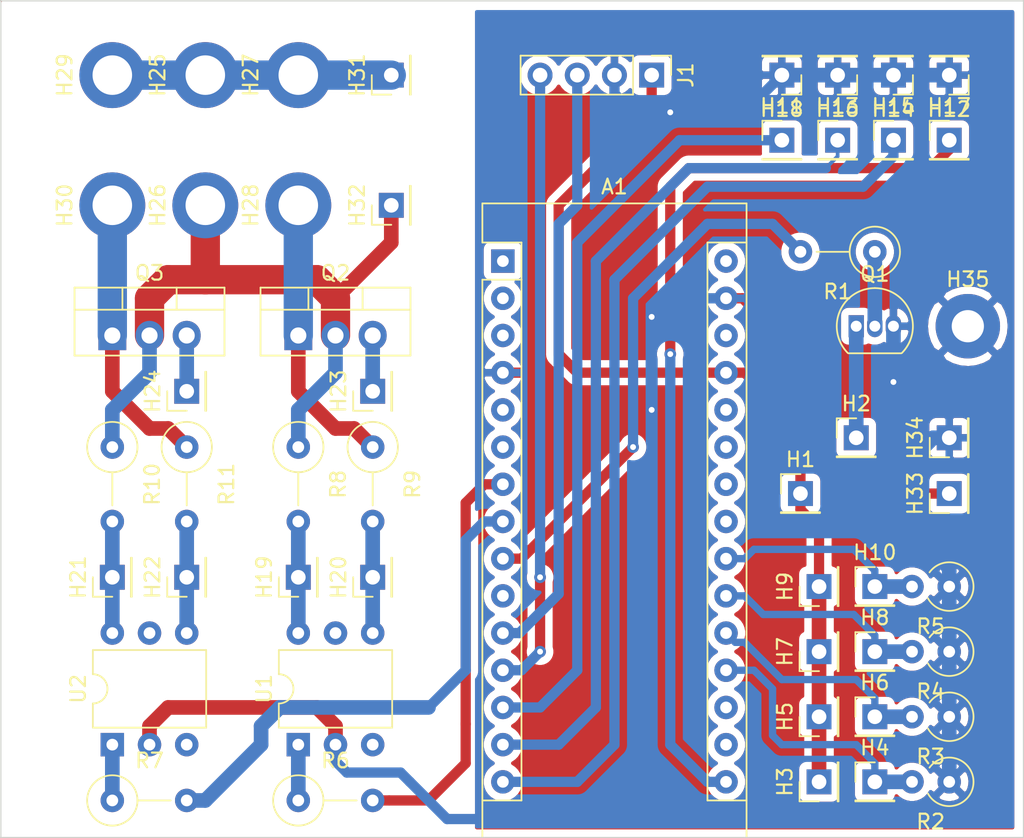
<source format=kicad_pcb>
(kicad_pcb (version 20171130) (host pcbnew "(5.1.5)-3")
  (layers (0 F.Cu signal hide) (31 B.Cu signal) (34 B.Paste user) (35 F.Paste user) (36 B.SilkS user) (37 F.SilkS user) (38 B.Mask user) (39 F.Mask user) (44 Edge.Cuts user))
  (net 0 "")
  (net 1 "Net-(A1-Pad19)")
  (net 2 "Net-(A1-Pad20)")
  (net 3 "Net-(A1-Pad21)")
  (net 4 "Net-(A1-Pad22)")
  (net 5 "Net-(A1-Pad7)")
  (net 6 "Net-(A1-Pad8)")
  (net 7 +5VA)
  (net 8 "Net-(A1-Pad13)")
  (net 9 "Net-(A1-Pad14)")
  (net 10 "Net-(A1-Pad15)")
  (net 11 "Net-(A1-Pad16)")
  (net 12 GND)
  (net 13 "Net-(H19-Pad1)")
  (net 14 "Net-(H20-Pad1)")
  (net 15 "Net-(H21-Pad1)")
  (net 16 "Net-(H22-Pad1)")
  (net 17 +48V)
  (net 18 -48V)
  (net 19 "Net-(H28-Pad1)")
  (net 20 "Net-(R6-Pad1)")
  (net 21 "Net-(A1-Pad9)")
  (net 22 "Net-(Q1-Pad2)")
  (net 23 "Net-(R7-Pad1)")
  (net 24 "Net-(H2-Pad1)")
  (net 25 "Net-(H23-Pad1)")
  (net 26 "Net-(H24-Pad1)")
  (net 27 "Net-(H30-Pad1)")
  (net 28 "Net-(A1-Pad12)")
  (net 29 "Net-(A1-Pad11)")
  (module Connector_PinHeader_2.54mm:PinHeader_1x01_P2.54mm_Vertical (layer F.Cu) (at 60.96 5.08 180)
    (fp_text reference H14 (at 0 -2.33) (layer F.SilkS))
    (fp_text value b_gnd)
    (pad 1 thru_hole rect (at 0 0 180) (size 1.7 1.7) (drill 1) (layers *.Cu *.Mask) (net 12 GND))
  )
  (module Connector_PinHeader_2.54mm:PinHeader_1x01_P2.54mm_Vertical (layer F.Cu) (at 64.77 9.525)
    (fp_text reference H17 (at 0 -2.33) (layer F.SilkS))
    (fp_text value button4)
    (pad 1 thru_hole rect (at 0 0) (size 1.7 1.7) (drill 1) (layers *.Cu *.Mask) (net 11 "Net-(A1-Pad16)"))
  )
  (module Connector_PinHeader_2.54mm:PinHeader_1x01_P2.54mm_Vertical (layer F.Cu) (at 53.34 9.525)
    (fp_text reference H11 (at 0 -2.33) (layer F.SilkS))
    (fp_text value button1)
    (pad 1 thru_hole rect (at 0 0) (size 1.7 1.7) (drill 1) (layers *.Cu *.Mask) (net 8 "Net-(A1-Pad13)"))
  )
  (module Connector_PinHeader_2.54mm:PinHeader_1x01_P2.54mm_Vertical (layer F.Cu) (at 57.15 9.525)
    (fp_text reference H13 (at 0 -2.33) (layer F.SilkS))
    (fp_text value button2)
    (pad 1 thru_hole rect (at 0 0) (size 1.7 1.7) (drill 1) (layers *.Cu *.Mask) (net 9 "Net-(A1-Pad14)"))
  )
  (module Connector_PinHeader_2.54mm:PinHeader_1x01_P2.54mm_Vertical (layer F.Cu) (at 64.77 5.08 180)
    (fp_text reference H12 (at 0 -2.33) (layer F.SilkS))
    (fp_text value b_gnd)
    (pad 1 thru_hole rect (at 0 0 180) (size 1.7 1.7) (drill 1) (layers *.Cu *.Mask) (net 12 GND))
  )
  (module Connector_PinHeader_2.54mm:PinHeader_1x01_P2.54mm_Vertical (layer F.Cu) (at 53.34 5.08 180)
    (fp_text reference H18 (at 0 -2.33) (layer F.SilkS))
    (fp_text value b_gnd)
    (pad 1 thru_hole rect (at 0 0 180) (size 1.7 1.7) (drill 1) (layers *.Cu *.Mask) (net 12 GND))
  )
  (module Connector_PinHeader_2.54mm:PinHeader_1x01_P2.54mm_Vertical (layer F.Cu) (at 57.15 5.08 180)
    (fp_text reference H16 (at 0 -2.33) (layer F.SilkS))
    (fp_text value b_gnd)
    (pad 1 thru_hole rect (at 0 0 180) (size 1.7 1.7) (drill 1) (layers *.Cu *.Mask) (net 12 GND))
  )
  (module Connector_PinHeader_2.54mm:PinHeader_1x01_P2.54mm_Vertical (layer F.Cu) (at 60.96 9.525)
    (fp_text reference H15 (at 0 -2.33) (layer F.SilkS))
    (fp_text value button3)
    (pad 1 thru_hole rect (at 0 0) (size 1.7 1.7) (drill 1) (layers *.Cu *.Mask) (net 10 "Net-(A1-Pad15)"))
  )
  (module Module:Arduino_Nano (layer F.Cu) (at 34.29 17.78)
    (fp_text reference A1 (at 7.62 -5.08) (layer F.SilkS))
    (fp_text value Arduino_Nano_v3.x)
    (pad 16 thru_hole oval (at 15.24 35.56) (size 1.6 1.6) (drill 0.8) (layers *.Cu *.Mask) (net 11 "Net-(A1-Pad16)"))
    (pad 15 thru_hole oval (at 0 35.56) (size 1.6 1.6) (drill 0.8) (layers *.Cu *.Mask) (net 10 "Net-(A1-Pad15)"))
    (pad 30 thru_hole oval (at 15.24 0) (size 1.6 1.6) (drill 0.8) (layers *.Cu *.Mask))
    (pad 14 thru_hole oval (at 0 33.02) (size 1.6 1.6) (drill 0.8) (layers *.Cu *.Mask) (net 9 "Net-(A1-Pad14)"))
    (pad 29 thru_hole oval (at 15.24 2.54) (size 1.6 1.6) (drill 0.8) (layers *.Cu *.Mask) (net 12 GND))
    (pad 13 thru_hole oval (at 0 30.48) (size 1.6 1.6) (drill 0.8) (layers *.Cu *.Mask) (net 8 "Net-(A1-Pad13)"))
    (pad 28 thru_hole oval (at 15.24 5.08) (size 1.6 1.6) (drill 0.8) (layers *.Cu *.Mask))
    (pad 12 thru_hole oval (at 0 27.94) (size 1.6 1.6) (drill 0.8) (layers *.Cu *.Mask) (net 28 "Net-(A1-Pad12)"))
    (pad 27 thru_hole oval (at 15.24 7.62) (size 1.6 1.6) (drill 0.8) (layers *.Cu *.Mask) (net 7 +5VA))
    (pad 11 thru_hole oval (at 0 25.4) (size 1.6 1.6) (drill 0.8) (layers *.Cu *.Mask) (net 29 "Net-(A1-Pad11)"))
    (pad 26 thru_hole oval (at 15.24 10.16) (size 1.6 1.6) (drill 0.8) (layers *.Cu *.Mask))
    (pad 10 thru_hole oval (at 0 22.86) (size 1.6 1.6) (drill 0.8) (layers *.Cu *.Mask))
    (pad 25 thru_hole oval (at 15.24 12.7) (size 1.6 1.6) (drill 0.8) (layers *.Cu *.Mask))
    (pad 9 thru_hole oval (at 0 20.32) (size 1.6 1.6) (drill 0.8) (layers *.Cu *.Mask) (net 21 "Net-(A1-Pad9)"))
    (pad 24 thru_hole oval (at 15.24 15.24) (size 1.6 1.6) (drill 0.8) (layers *.Cu *.Mask))
    (pad 8 thru_hole oval (at 0 17.78) (size 1.6 1.6) (drill 0.8) (layers *.Cu *.Mask) (net 6 "Net-(A1-Pad8)"))
    (pad 23 thru_hole oval (at 15.24 17.78) (size 1.6 1.6) (drill 0.8) (layers *.Cu *.Mask))
    (pad 7 thru_hole oval (at 0 15.24) (size 1.6 1.6) (drill 0.8) (layers *.Cu *.Mask) (net 5 "Net-(A1-Pad7)"))
    (pad 22 thru_hole oval (at 15.24 20.32) (size 1.6 1.6) (drill 0.8) (layers *.Cu *.Mask) (net 4 "Net-(A1-Pad22)"))
    (pad 6 thru_hole oval (at 0 12.7) (size 1.6 1.6) (drill 0.8) (layers *.Cu *.Mask))
    (pad 21 thru_hole oval (at 15.24 22.86) (size 1.6 1.6) (drill 0.8) (layers *.Cu *.Mask) (net 3 "Net-(A1-Pad21)"))
    (pad 5 thru_hole oval (at 0 10.16) (size 1.6 1.6) (drill 0.8) (layers *.Cu *.Mask))
    (pad 20 thru_hole oval (at 15.24 25.4) (size 1.6 1.6) (drill 0.8) (layers *.Cu *.Mask) (net 2 "Net-(A1-Pad20)"))
    (pad 4 thru_hole oval (at 0 7.62) (size 1.6 1.6) (drill 0.8) (layers *.Cu *.Mask) (net 12 GND))
    (pad 19 thru_hole oval (at 15.24 27.94) (size 1.6 1.6) (drill 0.8) (layers *.Cu *.Mask) (net 1 "Net-(A1-Pad19)"))
    (pad 3 thru_hole oval (at 0 5.08) (size 1.6 1.6) (drill 0.8) (layers *.Cu *.Mask))
    (pad 18 thru_hole oval (at 15.24 30.48) (size 1.6 1.6) (drill 0.8) (layers *.Cu *.Mask))
    (pad 2 thru_hole oval (at 0 2.54) (size 1.6 1.6) (drill 0.8) (layers *.Cu *.Mask))
    (pad 17 thru_hole oval (at 15.24 33.02) (size 1.6 1.6) (drill 0.8) (layers *.Cu *.Mask))
    (pad 1 thru_hole rect (at 0 0) (size 1.6 1.6) (drill 0.8) (layers *.Cu *.Mask))
  )
  (module Connector_PinHeader_2.54mm:PinHeader_1x01_P2.54mm_Vertical (layer F.Cu) (at 59.69 44.45)
    (fp_text reference H8 (at 0 -2.33) (layer F.SilkS))
    (fp_text value AnalogOUT3)
    (pad 1 thru_hole rect (at 0 0) (size 1.7 1.7) (drill 1) (layers *.Cu *.Mask) (net 3 "Net-(A1-Pad21)"))
  )
  (module Connector_PinHeader_2.54mm:PinHeader_1x01_P2.54mm_Vertical (layer F.Cu) (at 55.88 48.895 90)
    (fp_text reference H5 (at 0 -2.33 90) (layer F.SilkS))
    (fp_text value AnalogIN2)
    (pad 1 thru_hole rect (at 0 0 90) (size 1.7 1.7) (drill 1) (layers *.Cu *.Mask) (net 7 +5VA))
  )
  (module Connector_PinHeader_2.54mm:PinHeader_1x01_P2.54mm_Vertical (layer F.Cu) (at 55.88 40.005 90)
    (fp_text reference H9 (at 0 -2.33 90) (layer F.SilkS))
    (fp_text value AnalogIN4)
    (pad 1 thru_hole rect (at 0 0 90) (size 1.7 1.7) (drill 1) (layers *.Cu *.Mask) (net 7 +5VA))
  )
  (module Connector_PinHeader_2.54mm:PinHeader_1x01_P2.54mm_Vertical (layer F.Cu) (at 59.69 40.005)
    (fp_text reference H10 (at 0 -2.33) (layer F.SilkS))
    (fp_text value AnalogOUT4)
    (pad 1 thru_hole rect (at 0 0) (size 1.7 1.7) (drill 1) (layers *.Cu *.Mask) (net 4 "Net-(A1-Pad22)"))
  )
  (module Connector_PinHeader_2.54mm:PinHeader_1x01_P2.54mm_Vertical (layer F.Cu) (at 59.69 48.895)
    (fp_text reference H6 (at 0 -2.33) (layer F.SilkS))
    (fp_text value AnalogOUT2)
    (pad 1 thru_hole rect (at 0 0) (size 1.7 1.7) (drill 1) (layers *.Cu *.Mask) (net 2 "Net-(A1-Pad20)"))
  )
  (module Connector_PinHeader_2.54mm:PinHeader_1x01_P2.54mm_Vertical (layer F.Cu) (at 55.88 44.45 90)
    (fp_text reference H7 (at 0 -2.33 90) (layer F.SilkS))
    (fp_text value AnalogIN3)
    (pad 1 thru_hole rect (at 0 0 90) (size 1.7 1.7) (drill 1) (layers *.Cu *.Mask) (net 7 +5VA))
  )
  (module Resistor_THT:R_Axial_DIN0309_L9.0mm_D3.2mm_P2.54mm_Vertical (layer F.Cu) (at 64.77 40.005 180)
    (fp_text reference R5 (at 1.27 -2.72) (layer F.SilkS))
    (fp_text value 10k)
    (pad 1 thru_hole circle (at 0 0 180) (size 1.6 1.6) (drill 0.8) (layers *.Cu *.Mask) (net 12 GND))
    (pad 2 thru_hole oval (at 2.54 0 180) (size 1.6 1.6) (drill 0.8) (layers *.Cu *.Mask) (net 4 "Net-(A1-Pad22)"))
  )
  (module Resistor_THT:R_Axial_DIN0309_L9.0mm_D3.2mm_P2.54mm_Vertical (layer F.Cu) (at 64.77 48.895 180)
    (fp_text reference R3 (at 1.27 -2.72) (layer F.SilkS))
    (fp_text value 10k)
    (pad 2 thru_hole oval (at 2.54 0 180) (size 1.6 1.6) (drill 0.8) (layers *.Cu *.Mask) (net 2 "Net-(A1-Pad20)"))
    (pad 1 thru_hole circle (at 0 0 180) (size 1.6 1.6) (drill 0.8) (layers *.Cu *.Mask) (net 12 GND))
  )
  (module Resistor_THT:R_Axial_DIN0309_L9.0mm_D3.2mm_P2.54mm_Vertical (layer F.Cu) (at 64.77 44.45 180)
    (fp_text reference R4 (at 1.27 -2.72) (layer F.SilkS))
    (fp_text value 10k)
    (pad 1 thru_hole circle (at 0 0 180) (size 1.6 1.6) (drill 0.8) (layers *.Cu *.Mask) (net 12 GND))
    (pad 2 thru_hole oval (at 2.54 0 180) (size 1.6 1.6) (drill 0.8) (layers *.Cu *.Mask) (net 3 "Net-(A1-Pad21)"))
  )
  (module Connector_PinHeader_2.54mm:PinHeader_1x01_P2.54mm_Vertical (layer F.Cu) (at 54.61 33.655)
    (fp_text reference H1 (at 0 -2.33) (layer F.SilkS))
    (fp_text value buzz+)
    (pad 1 thru_hole rect (at 0 0) (size 1.7 1.7) (drill 1) (layers *.Cu *.Mask) (net 7 +5VA))
  )
  (module Connector_PinHeader_2.54mm:PinHeader_1x01_P2.54mm_Vertical (layer F.Cu) (at 59.69 53.34)
    (fp_text reference H4 (at 0 -2.33) (layer F.SilkS))
    (fp_text value AnalogOUT1)
    (pad 1 thru_hole rect (at 0 0) (size 1.7 1.7) (drill 1) (layers *.Cu *.Mask) (net 1 "Net-(A1-Pad19)"))
  )
  (module Connector_PinHeader_2.54mm:PinHeader_1x01_P2.54mm_Vertical (layer F.Cu) (at 58.42 29.845)
    (fp_text reference H2 (at 0 -2.33) (layer F.SilkS))
    (fp_text value buzz-)
    (pad 1 thru_hole rect (at 0 0) (size 1.7 1.7) (drill 1) (layers *.Cu *.Mask) (net 24 "Net-(H2-Pad1)"))
  )
  (module Connector_PinHeader_2.54mm:PinHeader_1x01_P2.54mm_Vertical (layer F.Cu) (at 55.88 53.34 90)
    (fp_text reference H3 (at 0 -2.33 90) (layer F.SilkS))
    (fp_text value AnalogIN1)
    (pad 1 thru_hole rect (at 0 0 90) (size 1.7 1.7) (drill 1) (layers *.Cu *.Mask) (net 7 +5VA))
  )
  (module Resistor_THT:R_Axial_DIN0309_L9.0mm_D3.2mm_P5.08mm_Vertical (layer F.Cu) (at 59.69 17.145 180)
    (fp_text reference R1 (at 2.54 -2.72) (layer F.SilkS))
    (fp_text value 470R)
    (pad 1 thru_hole circle (at 0 0 180) (size 1.6 1.6) (drill 0.8) (layers *.Cu *.Mask) (net 22 "Net-(Q1-Pad2)"))
    (pad 2 thru_hole oval (at 5.08 0 180) (size 1.6 1.6) (drill 0.8) (layers *.Cu *.Mask) (net 21 "Net-(A1-Pad9)"))
  )
  (module Connector_PinHeader_2.54mm:PinHeader_1x01_P2.54mm_Vertical (layer F.Cu) (at 64.77 29.845 90)
    (fp_text reference H34 (at 0 -2.33 90) (layer F.SilkS))
    (fp_text value dc-)
    (pad 1 thru_hole rect (at 0 0 90) (size 1.7 1.7) (drill 1) (layers *.Cu *.Mask) (net 12 GND))
  )
  (module Connector_PinHeader_2.54mm:PinHeader_1x01_P2.54mm_Vertical (layer F.Cu) (at 64.77 33.655 90)
    (fp_text reference H33 (at 0 -2.33 90) (layer F.SilkS))
    (fp_text value dc+)
    (pad 1 thru_hole rect (at 0 0 90) (size 1.7 1.7) (drill 1) (layers *.Cu *.Mask) (net 7 +5VA))
  )
  (module Package_TO_SOT_THT:TO-92_Inline (layer F.Cu) (at 58.42 22.225)
    (fp_text reference Q1 (at 1.27 -3.56) (layer F.SilkS))
    (fp_text value BC337)
    (pad 2 thru_hole oval (at 1.27 0) (size 1.05 1.5) (drill 0.75) (layers *.Cu *.Mask) (net 22 "Net-(Q1-Pad2)"))
    (pad 3 thru_hole oval (at 2.54 0) (size 1.05 1.5) (drill 0.75) (layers *.Cu *.Mask) (net 12 GND))
    (pad 1 thru_hole rect (at 0 0) (size 1.05 1.5) (drill 0.75) (layers *.Cu *.Mask) (net 24 "Net-(H2-Pad1)"))
  )
  (module Connector_PinHeader_2.54mm:PinHeader_1x01_P2.54mm_Vertical (layer F.Cu) (at 26.67 13.97 90)
    (fp_text reference H32 (at 0 -2.33 90) (layer F.SilkS))
    (fp_text value ac2dc-)
    (pad 1 thru_hole rect (at 0 0 90) (size 1.7 1.7) (drill 1) (layers *.Cu *.Mask) (net 18 -48V))
  )
  (module Connector_PinHeader_2.54mm:PinHeader_1x01_P2.54mm_Vertical (layer F.Cu) (at 20.32 39.37 90)
    (fp_text reference H19 (at 0 -2.33 90) (layer F.SilkS))
    (fp_text value moc)
    (pad 1 thru_hole rect (at 0 0 90) (size 1.7 1.7) (drill 1) (layers *.Cu *.Mask) (net 13 "Net-(H19-Pad1)"))
  )
  (module Connector_PinHeader_2.54mm:PinHeader_1x01_P2.54mm_Vertical (layer F.Cu) (at 25.4 39.37 90)
    (fp_text reference H20 (at 0 -2.33 90) (layer F.SilkS))
    (fp_text value moc)
    (pad 1 thru_hole rect (at 0 0 90) (size 1.7 1.7) (drill 1) (layers *.Cu *.Mask) (net 14 "Net-(H20-Pad1)"))
  )
  (module Connector_PinHeader_2.54mm:PinHeader_1x01_P2.54mm_Vertical (layer F.Cu) (at 7.62 39.37 90)
    (fp_text reference H21 (at 0 -2.33 90) (layer F.SilkS))
    (fp_text value moc)
    (pad 1 thru_hole rect (at 0 0 90) (size 1.7 1.7) (drill 1) (layers *.Cu *.Mask) (net 15 "Net-(H21-Pad1)"))
  )
  (module Connector_PinHeader_2.54mm:PinHeader_1x01_P2.54mm_Vertical (layer F.Cu) (at 12.7 39.37 90)
    (fp_text reference H22 (at 0 -2.33 90) (layer F.SilkS))
    (fp_text value moc)
    (pad 1 thru_hole rect (at 0 0 90) (size 1.7 1.7) (drill 1) (layers *.Cu *.Mask) (net 16 "Net-(H22-Pad1)"))
  )
  (module MountingHole:MountingHole_2.7mm_M2.5_ISO7380_Pad (layer F.Cu) (at 13.97 5.08 90)
    (fp_text reference H25 (at 0 -3.25 90) (layer F.SilkS))
    (fp_text value ac+)
    (pad 1 thru_hole circle (at 0 0 90) (size 4.5 4.5) (drill 2.7) (layers *.Cu *.Mask) (net 17 +48V))
  )
  (module MountingHole:MountingHole_2.7mm_M2.5_ISO7380_Pad (layer F.Cu) (at 13.97 13.97 90)
    (fp_text reference H26 (at 0 -3.25 90) (layer F.SilkS))
    (fp_text value ac-)
    (pad 1 thru_hole circle (at 0 0 90) (size 4.5 4.5) (drill 2.7) (layers *.Cu *.Mask) (net 18 -48V))
  )
  (module MountingHole:MountingHole_2.7mm_M2.5_ISO7380_Pad (layer F.Cu) (at 20.32 5.08 90)
    (fp_text reference H27 (at 0 -3.25 90) (layer F.SilkS))
    (fp_text value heater+)
    (pad 1 thru_hole circle (at 0 0 90) (size 4.5 4.5) (drill 2.7) (layers *.Cu *.Mask) (net 17 +48V))
  )
  (module MountingHole:MountingHole_2.7mm_M2.5_ISO7380_Pad (layer F.Cu) (at 20.32 13.97 90)
    (fp_text reference H28 (at 0 -3.25 90) (layer F.SilkS))
    (fp_text value heater-)
    (pad 1 thru_hole circle (at 0 0 90) (size 4.5 4.5) (drill 2.7) (layers *.Cu *.Mask) (net 19 "Net-(H28-Pad1)"))
  )
  (module Connector_PinHeader_2.54mm:PinHeader_1x01_P2.54mm_Vertical (layer F.Cu) (at 26.67 5.08 90)
    (fp_text reference H31 (at 0 -2.33 90) (layer F.SilkS))
    (fp_text value ac2dc+)
    (pad 1 thru_hole rect (at 0 0 90) (size 1.7 1.7) (drill 1) (layers *.Cu *.Mask) (net 17 +48V))
  )
  (module Package_TO_SOT_THT:TO-220-3_Vertical (layer F.Cu) (at 20.32 22.86)
    (fp_text reference Q2 (at 2.54 -4.27 180) (layer F.SilkS))
    (fp_text value BT138-600)
    (pad 1 thru_hole rect (at 0 0) (size 1.905 2) (drill 1.1) (layers *.Cu *.Mask) (net 19 "Net-(H28-Pad1)"))
    (pad 2 thru_hole oval (at 2.54 0) (size 1.905 2) (drill 1.1) (layers *.Cu *.Mask) (net 18 -48V))
    (pad 3 thru_hole oval (at 5.08 0) (size 1.905 2) (drill 1.1) (layers *.Cu *.Mask) (net 25 "Net-(H23-Pad1)"))
  )
  (module Package_TO_SOT_THT:TO-220-3_Vertical (layer F.Cu) (at 7.62 22.86)
    (fp_text reference Q3 (at 2.54 -4.27 180) (layer F.SilkS))
    (fp_text value BT138-600)
    (pad 3 thru_hole oval (at 5.08 0) (size 1.905 2) (drill 1.1) (layers *.Cu *.Mask) (net 26 "Net-(H24-Pad1)"))
    (pad 2 thru_hole oval (at 2.54 0) (size 1.905 2) (drill 1.1) (layers *.Cu *.Mask) (net 18 -48V))
    (pad 1 thru_hole rect (at 0 0) (size 1.905 2) (drill 1.1) (layers *.Cu *.Mask) (net 27 "Net-(H30-Pad1)"))
  )
  (module Resistor_THT:R_Axial_DIN0309_L9.0mm_D3.2mm_P5.08mm_Vertical (layer F.Cu) (at 20.32 54.61)
    (fp_text reference R6 (at 2.54 -2.72) (layer F.SilkS))
    (fp_text value 470R)
    (pad 1 thru_hole circle (at 0 0) (size 1.6 1.6) (drill 0.8) (layers *.Cu *.Mask) (net 20 "Net-(R6-Pad1)"))
    (pad 2 thru_hole oval (at 5.08 0) (size 1.6 1.6) (drill 0.8) (layers *.Cu *.Mask) (net 5 "Net-(A1-Pad7)"))
  )
  (module Resistor_THT:R_Axial_DIN0309_L9.0mm_D3.2mm_P5.08mm_Vertical (layer F.Cu) (at 7.62 54.61)
    (fp_text reference R7 (at 2.54 -2.72) (layer F.SilkS))
    (fp_text value 470R)
    (pad 2 thru_hole oval (at 5.08 0) (size 1.6 1.6) (drill 0.8) (layers *.Cu *.Mask) (net 6 "Net-(A1-Pad8)"))
    (pad 1 thru_hole circle (at 0 0) (size 1.6 1.6) (drill 0.8) (layers *.Cu *.Mask) (net 23 "Net-(R7-Pad1)"))
  )
  (module Resistor_THT:R_Axial_DIN0309_L9.0mm_D3.2mm_P5.08mm_Vertical (layer F.Cu) (at 20.32 30.48 270)
    (fp_text reference R8 (at 2.54 -2.72 270) (layer F.SilkS))
    (fp_text value 330R)
    (pad 1 thru_hole circle (at 0 0 270) (size 1.6 1.6) (drill 0.8) (layers *.Cu *.Mask) (net 18 -48V))
    (pad 2 thru_hole oval (at 5.08 0 270) (size 1.6 1.6) (drill 0.8) (layers *.Cu *.Mask) (net 13 "Net-(H19-Pad1)"))
  )
  (module Resistor_THT:R_Axial_DIN0309_L9.0mm_D3.2mm_P5.08mm_Vertical (layer F.Cu) (at 25.4 30.48 270)
    (fp_text reference R9 (at 2.54 -2.72 270) (layer F.SilkS))
    (fp_text value 330R)
    (pad 1 thru_hole circle (at 0 0 270) (size 1.6 1.6) (drill 0.8) (layers *.Cu *.Mask) (net 19 "Net-(H28-Pad1)"))
    (pad 2 thru_hole oval (at 5.08 0 270) (size 1.6 1.6) (drill 0.8) (layers *.Cu *.Mask) (net 14 "Net-(H20-Pad1)"))
  )
  (module Resistor_THT:R_Axial_DIN0309_L9.0mm_D3.2mm_P5.08mm_Vertical (layer F.Cu) (at 7.62 30.48 270)
    (fp_text reference R10 (at 2.54 -2.72 270) (layer F.SilkS))
    (fp_text value 330R)
    (pad 2 thru_hole oval (at 5.08 0 270) (size 1.6 1.6) (drill 0.8) (layers *.Cu *.Mask) (net 15 "Net-(H21-Pad1)"))
    (pad 1 thru_hole circle (at 0 0 270) (size 1.6 1.6) (drill 0.8) (layers *.Cu *.Mask) (net 18 -48V))
  )
  (module Resistor_THT:R_Axial_DIN0309_L9.0mm_D3.2mm_P5.08mm_Vertical (layer F.Cu) (at 12.7 30.48 270)
    (fp_text reference R11 (at 2.54 -2.72 270) (layer F.SilkS))
    (fp_text value 330R)
    (pad 2 thru_hole oval (at 5.08 0 270) (size 1.6 1.6) (drill 0.8) (layers *.Cu *.Mask) (net 16 "Net-(H22-Pad1)"))
    (pad 1 thru_hole circle (at 0 0 270) (size 1.6 1.6) (drill 0.8) (layers *.Cu *.Mask) (net 27 "Net-(H30-Pad1)"))
  )
  (module Package_DIP:DIP-6_W7.62mm (layer F.Cu) (at 20.32 50.8 90)
    (fp_text reference U1 (at 3.81 -2.33 90) (layer F.SilkS))
    (fp_text value MOC3061M)
    (pad 1 thru_hole rect (at 0 0 90) (size 1.6 1.6) (drill 0.8) (layers *.Cu *.Mask) (net 20 "Net-(R6-Pad1)"))
    (pad 4 thru_hole oval (at 7.62 5.08 90) (size 1.6 1.6) (drill 0.8) (layers *.Cu *.Mask) (net 14 "Net-(H20-Pad1)"))
    (pad 2 thru_hole oval (at 0 2.54 90) (size 1.6 1.6) (drill 0.8) (layers *.Cu *.Mask) (net 12 GND))
    (pad 5 thru_hole oval (at 7.62 2.54 90) (size 1.6 1.6) (drill 0.8) (layers *.Cu *.Mask))
    (pad 3 thru_hole oval (at 0 5.08 90) (size 1.6 1.6) (drill 0.8) (layers *.Cu *.Mask))
    (pad 6 thru_hole oval (at 7.62 0 90) (size 1.6 1.6) (drill 0.8) (layers *.Cu *.Mask) (net 13 "Net-(H19-Pad1)"))
  )
  (module Package_DIP:DIP-6_W7.62mm (layer F.Cu) (at 7.62 50.8 90)
    (fp_text reference U2 (at 3.81 -2.33 90) (layer F.SilkS))
    (fp_text value MOC3061M)
    (pad 6 thru_hole oval (at 7.62 0 90) (size 1.6 1.6) (drill 0.8) (layers *.Cu *.Mask) (net 15 "Net-(H21-Pad1)"))
    (pad 3 thru_hole oval (at 0 5.08 90) (size 1.6 1.6) (drill 0.8) (layers *.Cu *.Mask))
    (pad 5 thru_hole oval (at 7.62 2.54 90) (size 1.6 1.6) (drill 0.8) (layers *.Cu *.Mask))
    (pad 2 thru_hole oval (at 0 2.54 90) (size 1.6 1.6) (drill 0.8) (layers *.Cu *.Mask) (net 12 GND))
    (pad 4 thru_hole oval (at 7.62 5.08 90) (size 1.6 1.6) (drill 0.8) (layers *.Cu *.Mask) (net 16 "Net-(H22-Pad1)"))
    (pad 1 thru_hole rect (at 0 0 90) (size 1.6 1.6) (drill 0.8) (layers *.Cu *.Mask) (net 23 "Net-(R7-Pad1)"))
  )
  (module Connector_PinHeader_2.54mm:PinHeader_1x01_P2.54mm_Vertical (layer F.Cu) (at 25.4 26.67 90)
    (fp_text reference H23 (at 0 -2.33 90) (layer F.SilkS))
    (fp_text value triac)
    (pad 1 thru_hole rect (at 0 0 90) (size 1.7 1.7) (drill 1) (layers *.Cu *.Mask) (net 25 "Net-(H23-Pad1)"))
  )
  (module Connector_PinHeader_2.54mm:PinHeader_1x01_P2.54mm_Vertical (layer F.Cu) (at 12.7 26.67 90)
    (fp_text reference H24 (at 0 -2.33 90) (layer F.SilkS))
    (fp_text value triac)
    (pad 1 thru_hole rect (at 0 0 90) (size 1.7 1.7) (drill 1) (layers *.Cu *.Mask) (net 26 "Net-(H24-Pad1)"))
  )
  (module MountingHole:MountingHole_2.7mm_M2.5_ISO7380_Pad (layer F.Cu) (at 7.62 5.08 90)
    (fp_text reference H29 (at 0 -3.25 90) (layer F.SilkS))
    (fp_text value motor+)
    (pad 1 thru_hole circle (at 0 0 90) (size 4.5 4.5) (drill 2.7) (layers *.Cu *.Mask) (net 17 +48V))
  )
  (module MountingHole:MountingHole_2.7mm_M2.5_ISO7380_Pad (layer F.Cu) (at 7.62 13.97 90)
    (fp_text reference H30 (at 0 -3.25 90) (layer F.SilkS))
    (fp_text value motor-)
    (pad 1 thru_hole circle (at 0 0 90) (size 4.5 4.5) (drill 2.7) (layers *.Cu *.Mask) (net 27 "Net-(H30-Pad1)"))
  )
  (module Resistor_THT:R_Axial_DIN0309_L9.0mm_D3.2mm_P2.54mm_Vertical (layer F.Cu) (at 64.77 53.34 180)
    (fp_text reference R2 (at 1.27 -2.72) (layer F.SilkS))
    (fp_text value 10k)
    (pad 1 thru_hole circle (at 0 0 180) (size 1.6 1.6) (drill 0.8) (layers *.Cu *.Mask) (net 12 GND))
    (pad 2 thru_hole oval (at 2.54 0 180) (size 1.6 1.6) (drill 0.8) (layers *.Cu *.Mask) (net 1 "Net-(A1-Pad19)"))
  )
  (module Connector_PinHeader_2.54mm:PinHeader_1x04_P2.54mm_Vertical (layer F.Cu) (at 44.45 5.08 270)
    (fp_text reference J1 (at 0 -2.33 90) (layer F.SilkS))
    (fp_text value Conn_01x04)
    (pad 1 thru_hole rect (at 0 0 270) (size 1.7 1.7) (drill 1) (layers *.Cu *.Mask) (net 7 +5VA))
    (pad 2 thru_hole oval (at 0 2.54 270) (size 1.7 1.7) (drill 1) (layers *.Cu *.Mask) (net 12 GND))
    (pad 3 thru_hole oval (at 0 5.08 270) (size 1.7 1.7) (drill 1) (layers *.Cu *.Mask) (net 29 "Net-(A1-Pad11)"))
    (pad 4 thru_hole oval (at 0 7.62 270) (size 1.7 1.7) (drill 1) (layers *.Cu *.Mask) (net 28 "Net-(A1-Pad12)"))
  )
  (module MountingHole:MountingHole_2.2mm_M2_Pad (layer F.Cu) (at 66.04 22.225)
    (fp_text reference H35 (at 0 -3.2) (layer F.SilkS))
    (fp_text value dc-)
    (pad 1 thru_hole circle (at 0 0) (size 4.4 4.4) (drill 2.2) (layers *.Cu *.Mask) (net 12 GND))
  )
  (gr_line (start 69.85 0) (end 69.85 57.15) (layer Edge.Cuts) (width 0.1))
  (gr_line (start 0 0) (end 69.85 0) (layer Edge.Cuts) (width 0.1))
  (gr_line (start 0 57.15) (end 0 0) (layer Edge.Cuts) (width 0.1))
  (gr_line (start 69.85 57.15) (end 0 57.15) (layer Edge.Cuts) (width 0.1))
  (gr_line (start 0 -7.62) (end 0 0) (angle 90) (layer F.Cu) (width 0.2))
  (gr_line (start -7.62 0) (end 0 -7.62) (angle 90) (layer F.Cu) (width 0.2))
  (gr_line (start 0 0) (end -7.62 0) (angle 90) (layer F.Cu) (width 0.2))
  (segment (start 62.23 53.34) (end 59.69 53.34) (width 1) (layer B.Cu) (net 1))
  (segment (start 59.69 53.34) (end 59.69 52.07) (width 0.5) (layer B.Cu) (net 1))
  (segment (start 59.69 52.07) (end 58.42 50.8) (width 0.5) (layer B.Cu) (net 1))
  (segment (start 58.42 50.8) (end 53.34 50.8) (width 0.5) (layer B.Cu) (net 1))
  (segment (start 53.34 50.8) (end 52.705 50.165) (width 0.5) (layer B.Cu) (net 1))
  (segment (start 52.705 50.165) (end 52.705 46.99) (width 0.5) (layer B.Cu) (net 1))
  (segment (start 52.705 46.99) (end 51.435 45.72) (width 0.5) (layer B.Cu) (net 1))
  (segment (start 51.435 45.72) (end 49.53 45.72) (width 0.5) (layer B.Cu) (net 1))
  (segment (start 59.69 48.895) (end 62.23 48.895) (width 1) (layer B.Cu) (net 2))
  (segment (start 59.69 48.895) (end 59.69 47.625) (width 0.5) (layer B.Cu) (net 2))
  (segment (start 59.69 47.625) (end 58.42 46.355) (width 0.5) (layer B.Cu) (net 2))
  (segment (start 58.42 46.355) (end 53.34 46.355) (width 0.5) (layer B.Cu) (net 2))
  (segment (start 53.34 46.355) (end 50.8 43.815) (width 0.5) (layer B.Cu) (net 2))
  (segment (start 50.8 43.815) (end 50.165 43.815) (width 0.5) (layer B.Cu) (net 2))
  (segment (start 50.165 43.815) (end 49.53 43.18) (width 0.5) (layer B.Cu) (net 2))
  (segment (start 59.69 44.45) (end 62.23 44.45) (width 1) (layer B.Cu) (net 3))
  (segment (start 59.69 43.35) (end 58.25 41.91) (width 0.5) (layer B.Cu) (net 3))
  (segment (start 59.69 44.45) (end 59.69 43.35) (width 0.5) (layer B.Cu) (net 3))
  (segment (start 58.25 41.91) (end 52.07 41.91) (width 0.5) (layer B.Cu) (net 3))
  (segment (start 50.8 40.64) (end 49.53 40.64) (width 0.5) (layer B.Cu) (net 3))
  (segment (start 52.07 41.91) (end 50.8 40.64) (width 0.5) (layer B.Cu) (net 3))
  (segment (start 59.69 40.005) (end 62.23 40.005) (width 1) (layer B.Cu) (net 4))
  (segment (start 59.69 38.905) (end 58.25 37.465) (width 0.5) (layer B.Cu) (net 4))
  (segment (start 59.69 40.005) (end 59.69 38.905) (width 0.5) (layer B.Cu) (net 4))
  (segment (start 58.25 37.465) (end 51.435 37.465) (width 0.5) (layer B.Cu) (net 4))
  (segment (start 50.8 38.1) (end 49.53 38.1) (width 0.5) (layer B.Cu) (net 4))
  (segment (start 51.435 37.465) (end 50.8 38.1) (width 0.5) (layer B.Cu) (net 4))
  (segment (start 25.4 54.61) (end 26.53137 54.61) (width 0.7) (layer F.Cu) (net 5))
  (segment (start 31.75 49.39137) (end 31.75 34.29) (width 0.7) (layer F.Cu) (net 5))
  (segment (start 33.02 33.02) (end 34.29 33.02) (width 0.7) (layer F.Cu) (net 5))
  (segment (start 31.75 34.29) (end 33.02 33.02) (width 0.7) (layer F.Cu) (net 5))
  (segment (start 26.53137 54.61) (end 29.21 54.61) (width 0.7) (layer F.Cu) (net 5))
  (segment (start 29.21 54.61) (end 31.75 52.07) (width 0.7) (layer F.Cu) (net 5))
  (segment (start 31.75 52.07) (end 31.75 49.39137) (width 0.7) (layer F.Cu) (net 5))
  (segment (start 12.7 54.61) (end 13.97 54.61) (width 1) (layer B.Cu) (net 6))
  (segment (start 17.78 49.53) (end 19.05 48.26) (width 1) (layer B.Cu) (net 6))
  (segment (start 17.78 50.8) (end 17.78 49.53) (width 1) (layer B.Cu) (net 6))
  (segment (start 29.21 48.26) (end 31.75 45.72) (width 0.7) (layer B.Cu) (net 6))
  (segment (start 13.97 54.61) (end 17.78 50.8) (width 1) (layer B.Cu) (net 6))
  (segment (start 19.05 48.26) (end 29.21 48.26) (width 1) (layer B.Cu) (net 6))
  (segment (start 34.29 35.56) (end 33.02 35.56) (width 0.7) (layer B.Cu) (net 6))
  (segment (start 33.02 35.56) (end 31.75 36.83) (width 0.7) (layer B.Cu) (net 6))
  (segment (start 31.75 36.83) (end 31.75 45.72) (width 0.7) (layer B.Cu) (net 6))
  (segment (start 55.88 40.005) (end 55.88 44.45) (width 1) (layer F.Cu) (net 7))
  (segment (start 55.88 48.895) (end 55.88 53.34) (width 1) (layer F.Cu) (net 7))
  (segment (start 55.88 44.45) (end 55.88 48.895) (width 1) (layer F.Cu) (net 7))
  (segment (start 54.61 34.755) (end 55.88 36.025) (width 0.7) (layer F.Cu) (net 7))
  (segment (start 54.61 33.655) (end 54.61 34.755) (width 0.7) (layer F.Cu) (net 7))
  (segment (start 55.88 36.025) (end 55.88 40.005) (width 0.7) (layer F.Cu) (net 7))
  (segment (start 58.25 33.655) (end 64.77 33.655) (width 0.7) (layer F.Cu) (net 7))
  (segment (start 55.88 36.025) (end 58.25 33.655) (width 0.7) (layer F.Cu) (net 7))
  (segment (start 49.53 25.4) (end 50.8 25.4) (width 0.7) (layer F.Cu) (net 7))
  (segment (start 50.8 25.4) (end 54.61 29.21) (width 0.7) (layer F.Cu) (net 7))
  (segment (start 54.61 29.21) (end 54.61 33.655) (width 0.7) (layer F.Cu) (net 7))
  (segment (start 39.37 25.4) (end 49.53 25.4) (width 0.7) (layer F.Cu) (net 7))
  (segment (start 38.1 13.97) (end 38.1 24.13) (width 0.7) (layer F.Cu) (net 7))
  (segment (start 38.1 24.13) (end 39.37 25.4) (width 0.7) (layer F.Cu) (net 7))
  (segment (start 44.45 5.08) (end 44.45 7.62) (width 0.7) (layer F.Cu) (net 7))
  (segment (start 44.45 7.62) (end 38.1 13.97) (width 0.7) (layer F.Cu) (net 7))
  (segment (start 39.37 16.51) (end 46.355 9.525) (width 0.7) (layer B.Cu) (net 8))
  (segment (start 46.355 9.525) (end 53.34 9.525) (width 0.7) (layer B.Cu) (net 8))
  (segment (start 39.37 45.72) (end 39.37 16.51) (width 0.7) (layer B.Cu) (net 8))
  (segment (start 34.29 48.26) (end 36.83 48.26) (width 0.7) (layer B.Cu) (net 8))
  (segment (start 36.83 48.26) (end 39.37 45.72) (width 0.7) (layer B.Cu) (net 8))
  (segment (start 56.515 11.26) (end 57.15 10.625) (width 0.25) (layer B.Cu) (net 9))
  (segment (start 57.15 10.625) (end 57.15 9.525) (width 0.25) (layer B.Cu) (net 9))
  (segment (start 56.345 11.43) (end 46.99 11.43) (width 0.7) (layer B.Cu) (net 9))
  (segment (start 38.1 50.8) (end 34.29 50.8) (width 0.7) (layer B.Cu) (net 9))
  (segment (start 57.15 10.625) (end 56.345 11.43) (width 0.25) (layer B.Cu) (net 9))
  (segment (start 40.64 17.78) (end 40.64 48.26) (width 0.7) (layer B.Cu) (net 9))
  (segment (start 40.64 48.26) (end 38.1 50.8) (width 0.7) (layer B.Cu) (net 9))
  (segment (start 46.99 11.43) (end 40.64 17.78) (width 0.7) (layer B.Cu) (net 9))
  (segment (start 60.96 10.625) (end 60.96 9.525) (width 0.7) (layer B.Cu) (net 10))
  (segment (start 58.885 12.7) (end 60.96 10.625) (width 0.7) (layer B.Cu) (net 10))
  (segment (start 39.37 53.34) (end 41.91 50.8) (width 0.7) (layer B.Cu) (net 10))
  (segment (start 41.91 50.8) (end 41.91 19.05) (width 0.7) (layer B.Cu) (net 10))
  (segment (start 41.91 19.05) (end 48.26 12.7) (width 0.7) (layer B.Cu) (net 10))
  (segment (start 34.29 53.34) (end 39.37 53.34) (width 0.7) (layer B.Cu) (net 10))
  (segment (start 48.26 12.7) (end 58.885 12.7) (width 0.7) (layer B.Cu) (net 10))
  (segment (start 62.23 11.43) (end 46.99 11.43) (width 0.7) (layer F.Cu) (net 11))
  (segment (start 64.77 9.525) (end 64.77 10.16) (width 0.7) (layer F.Cu) (net 11))
  (segment (start 64.77 10.16) (end 63.5 11.43) (width 0.7) (layer F.Cu) (net 11))
  (segment (start 63.5 11.43) (end 62.23 11.43) (width 0.7) (layer F.Cu) (net 11))
  (segment (start 45.72 12.7) (end 45.72 24.13) (width 0.7) (layer F.Cu) (net 11))
  (via (at 45.72 24.13) (size 0.8) (drill 0.4) (layers F.Cu B.Cu) (net 11))
  (segment (start 48.26 53.34) (end 49.53 53.34) (width 0.7) (layer B.Cu) (net 11))
  (segment (start 45.72 24.13) (end 45.72 50.8) (width 0.7) (layer B.Cu) (net 11))
  (segment (start 45.72 50.8) (end 48.26 53.34) (width 0.7) (layer B.Cu) (net 11))
  (segment (start 46.99 11.43) (end 45.72 12.7) (width 0.7) (layer F.Cu) (net 11))
  (segment (start 22.86 50.8) (end 22.86 49.53) (width 1) (layer F.Cu) (net 12))
  (segment (start 22.86 49.53) (end 21.59 48.26) (width 1) (layer F.Cu) (net 12))
  (segment (start 21.59 48.26) (end 11.43 48.26) (width 1) (layer F.Cu) (net 12))
  (segment (start 11.43 48.26) (end 10.16 49.53) (width 1) (layer F.Cu) (net 12))
  (segment (start 10.16 49.53) (end 10.16 50.8) (width 1) (layer F.Cu) (net 12))
  (segment (start 64.77 40.005) (end 64.77 44.45) (width 1) (layer B.Cu) (net 12))
  (segment (start 64.77 44.45) (end 64.77 48.895) (width 1) (layer B.Cu) (net 12))
  (segment (start 64.77 38.735) (end 64.77 40.005) (width 1) (layer B.Cu) (net 12))
  (segment (start 60.96 34.925) (end 64.77 38.735) (width 1) (layer B.Cu) (net 12))
  (segment (start 64.77 48.895) (end 64.77 53.34) (width 1) (layer B.Cu) (net 12))
  (segment (start 63.035 30.48) (end 60.96 30.48) (width 1) (layer B.Cu) (net 12))
  (segment (start 64.77 29.845) (end 63.67 29.845) (width 1) (layer B.Cu) (net 12))
  (segment (start 63.67 29.845) (end 63.035 30.48) (width 1) (layer B.Cu) (net 12))
  (segment (start 60.96 22.225) (end 60.96 26.035) (width 1) (layer B.Cu) (net 12))
  (segment (start 60.96 30.48) (end 60.96 34.925) (width 1) (layer B.Cu) (net 12))
  (segment (start 60.96 5.08) (end 64.77 5.08) (width 1) (layer B.Cu) (net 12))
  (segment (start 53.34 5.08) (end 57.15 5.08) (width 1) (layer B.Cu) (net 12))
  (segment (start 57.15 5.08) (end 60.96 5.08) (width 1) (layer B.Cu) (net 12))
  (segment (start 41.91 5.08) (end 41.91 6.35) (width 0.7) (layer B.Cu) (net 12))
  (segment (start 41.91 6.35) (end 43.18 7.62) (width 0.7) (layer B.Cu) (net 12))
  (segment (start 50.8 7.62) (end 53.34 5.08) (width 0.7) (layer B.Cu) (net 12))
  (segment (start 34.29 25.4) (end 36.83 25.4) (width 0.7) (layer F.Cu) (net 12))
  (segment (start 36.83 25.4) (end 39.37 27.94) (width 0.7) (layer F.Cu) (net 12))
  (segment (start 39.37 27.94) (end 44.45 27.94) (width 0.7) (layer F.Cu) (net 12))
  (via (at 44.45 27.94) (size 0.8) (drill 0.4) (layers F.Cu B.Cu) (net 12))
  (segment (start 44.45 27.94) (end 44.45 21.59) (width 0.7) (layer B.Cu) (net 12))
  (segment (start 44.45 21.59) (end 45.72 20.32) (width 0.7) (layer B.Cu) (net 12))
  (segment (start 45.72 20.32) (end 49.53 20.32) (width 0.7) (layer B.Cu) (net 12))
  (via (at 45.72 7.62) (size 0.8) (drill 0.4) (layers F.Cu B.Cu) (net 12))
  (segment (start 45.72 7.62) (end 50.8 7.62) (width 0.7) (layer B.Cu) (net 12))
  (segment (start 43.18 7.62) (end 45.72 7.62) (width 0.7) (layer B.Cu) (net 12))
  (segment (start 45.72 7.62) (end 45.72 10.16) (width 0.7) (layer F.Cu) (net 12))
  (segment (start 45.72 10.16) (end 41.91 13.97) (width 0.7) (layer F.Cu) (net 12))
  (segment (start 41.91 13.97) (end 41.91 19.05) (width 0.7) (layer F.Cu) (net 12))
  (segment (start 41.91 19.05) (end 44.45 21.59) (width 0.7) (layer F.Cu) (net 12))
  (via (at 44.45 21.59) (size 0.8) (drill 0.4) (layers F.Cu B.Cu) (net 12))
  (segment (start 44.45 27.94) (end 44.45 52.07) (width 0.7) (layer B.Cu) (net 12))
  (segment (start 44.45 52.07) (end 40.64 55.88) (width 0.7) (layer B.Cu) (net 12))
  (segment (start 40.64 55.88) (end 30.48 55.88) (width 0.7) (layer B.Cu) (net 12))
  (segment (start 30.48 55.88) (end 27.94 53.34) (width 0.7) (layer B.Cu) (net 12))
  (segment (start 22.86 51.93137) (end 23.63363 52.705) (width 0.7) (layer B.Cu) (net 12))
  (segment (start 22.86 50.8) (end 22.86 51.93137) (width 0.7) (layer B.Cu) (net 12))
  (segment (start 23.63363 52.705) (end 27.305 52.705) (width 0.7) (layer B.Cu) (net 12))
  (segment (start 27.305 52.705) (end 27.94 53.34) (width 0.7) (layer B.Cu) (net 12))
  (segment (start 60.96 26.035) (end 60.96 30.48) (width 1) (layer B.Cu) (net 12))
  (via (at 60.96 26.035) (size 0.8) (drill 0.4) (layers F.Cu B.Cu) (net 12))
  (segment (start 57.785 26.035) (end 60.96 26.035) (width 0.7) (layer F.Cu) (net 12))
  (segment (start 53.975 22.225) (end 57.785 26.035) (width 0.7) (layer F.Cu) (net 12))
  (segment (start 50.66137 20.32) (end 52.56637 22.225) (width 0.7) (layer F.Cu) (net 12))
  (segment (start 49.53 20.32) (end 50.66137 20.32) (width 0.7) (layer F.Cu) (net 12))
  (segment (start 52.56637 22.225) (end 53.975 22.225) (width 0.7) (layer F.Cu) (net 12))
  (segment (start 20.32 35.56) (end 20.32 39.37) (width 1) (layer B.Cu) (net 13))
  (segment (start 20.32 39.37) (end 20.32 43.18) (width 1) (layer B.Cu) (net 13))
  (segment (start 25.4 43.18) (end 25.4 39.37) (width 1) (layer B.Cu) (net 14))
  (segment (start 25.4 35.56) (end 25.4 39.37) (width 1) (layer B.Cu) (net 14))
  (segment (start 7.62 43.18) (end 7.62 39.37) (width 1) (layer B.Cu) (net 15))
  (segment (start 7.62 35.56) (end 7.62 39.37) (width 1) (layer B.Cu) (net 15))
  (segment (start 12.7 35.56) (end 12.7 39.37) (width 1) (layer B.Cu) (net 16))
  (segment (start 12.7 39.37) (end 12.7 43.18) (width 1) (layer B.Cu) (net 16))
  (segment (start 7.62 5.08) (end 13.97 5.08) (width 2) (layer B.Cu) (net 17))
  (segment (start 13.97 5.08) (end 20.32 5.08) (width 2) (layer B.Cu) (net 17))
  (segment (start 20.32 5.08) (end 26.67 5.08) (width 2) (layer B.Cu) (net 17))
  (segment (start 7.62 30.48) (end 7.62 27.94) (width 1) (layer B.Cu) (net 18))
  (segment (start 7.62 27.94) (end 10.16 25.4) (width 1) (layer B.Cu) (net 18))
  (segment (start 10.16 25.4) (end 10.16 22.86) (width 1) (layer B.Cu) (net 18))
  (segment (start 20.32 30.48) (end 20.32 27.94) (width 1) (layer B.Cu) (net 18))
  (segment (start 20.32 27.94) (end 22.86 25.4) (width 1) (layer B.Cu) (net 18))
  (segment (start 22.86 25.4) (end 22.86 22.86) (width 1) (layer B.Cu) (net 18))
  (segment (start 22.86 22.86) (end 22.86 20.32) (width 2) (layer F.Cu) (net 18))
  (segment (start 22.86 20.32) (end 21.59 19.05) (width 2) (layer F.Cu) (net 18))
  (segment (start 11.43 19.05) (end 10.16 20.32) (width 2) (layer F.Cu) (net 18))
  (segment (start 10.16 20.32) (end 10.16 22.86) (width 2) (layer F.Cu) (net 18))
  (segment (start 13.97 13.97) (end 13.97 19.05) (width 2) (layer F.Cu) (net 18))
  (segment (start 21.59 19.05) (end 13.97 19.05) (width 2) (layer F.Cu) (net 18))
  (segment (start 13.97 19.05) (end 11.43 19.05) (width 2) (layer F.Cu) (net 18))
  (segment (start 22.86 20.32) (end 26.67 16.51) (width 1) (layer F.Cu) (net 18))
  (segment (start 26.67 16.51) (end 26.67 13.97) (width 1) (layer F.Cu) (net 18))
  (segment (start 20.32 22.86) (end 20.32 13.97) (width 2) (layer B.Cu) (net 19))
  (segment (start 25.4 30.48) (end 24.13 29.21) (width 1) (layer F.Cu) (net 19))
  (segment (start 24.13 29.21) (end 22.86 29.21) (width 1) (layer F.Cu) (net 19))
  (segment (start 22.86 29.21) (end 20.32 26.67) (width 1) (layer F.Cu) (net 19))
  (segment (start 20.32 26.67) (end 20.32 22.86) (width 1) (layer F.Cu) (net 19))
  (segment (start 20.32 50.8) (end 20.32 54.61) (width 1) (layer B.Cu) (net 20))
  (segment (start 34.29 38.1) (end 35.56 38.1) (width 0.7) (layer F.Cu) (net 21))
  (segment (start 35.56 38.1) (end 43.18 30.48) (width 0.7) (layer F.Cu) (net 21))
  (segment (start 43.18 30.48) (end 43.18 20.32) (width 0.7) (layer B.Cu) (net 21))
  (segment (start 43.18 20.32) (end 48.26 15.24) (width 0.7) (layer B.Cu) (net 21))
  (segment (start 48.26 15.24) (end 52.705 15.24) (width 0.7) (layer B.Cu) (net 21))
  (segment (start 52.705 15.24) (end 54.61 17.145) (width 0.7) (layer B.Cu) (net 21))
  (via (at 43.18 30.48) (size 0.8) (drill 0.4) (layers F.Cu B.Cu) (net 21))
  (segment (start 59.69 17.145) (end 59.69 22.225) (width 1) (layer B.Cu) (net 22))
  (segment (start 7.62 50.8) (end 7.62 54.61) (width 1) (layer B.Cu) (net 23))
  (segment (start 58.42 22.225) (end 58.42 29.845) (width 1) (layer B.Cu) (net 24))
  (segment (start 25.4 26.67) (end 25.4 22.86) (width 1) (layer B.Cu) (net 25))
  (segment (start 12.7 26.67) (end 12.7 22.86) (width 1) (layer B.Cu) (net 26))
  (segment (start 7.62 22.86) (end 7.62 13.97) (width 2) (layer B.Cu) (net 27))
  (segment (start 12.7 30.48) (end 11.43 29.21) (width 1) (layer F.Cu) (net 27))
  (segment (start 11.43 29.21) (end 10.16 29.21) (width 1) (layer F.Cu) (net 27))
  (segment (start 10.16 29.21) (end 7.62 26.67) (width 1) (layer F.Cu) (net 27))
  (segment (start 7.62 26.67) (end 7.62 22.86) (width 1) (layer F.Cu) (net 27))
  (segment (start 34.29 45.72) (end 35.56 45.72) (width 0.7) (layer B.Cu) (net 28))
  (segment (start 35.56 45.72) (end 36.83 44.45) (width 0.7) (layer B.Cu) (net 28))
  (via (at 36.83 44.45) (size 0.8) (drill 0.4) (layers F.Cu B.Cu) (net 28))
  (segment (start 36.83 44.45) (end 36.83 39.37) (width 0.7) (layer F.Cu) (net 28))
  (via (at 36.83 39.37) (size 0.8) (drill 0.4) (layers F.Cu B.Cu) (net 28))
  (segment (start 36.83 39.37) (end 36.83 5.08) (width 0.7) (layer B.Cu) (net 28))
  (segment (start 39.37 13.97) (end 39.37 5.08) (width 0.7) (layer B.Cu) (net 29))
  (segment (start 38.1 15.24) (end 39.37 13.97) (width 0.7) (layer B.Cu) (net 29))
  (segment (start 38.1 40.50137) (end 38.1 15.24) (width 0.7) (layer B.Cu) (net 29))
  (segment (start 34.29 43.18) (end 35.42137 43.18) (width 0.7) (layer B.Cu) (net 29))
  (segment (start 35.42137 43.18) (end 38.1 40.50137) (width 0.7) (layer B.Cu) (net 29))
  (zone (net 12) (net_name GND) (layer F.Cu) (connect_pads (clearance 0.508)) (min_thickness 0.254) (fill yes (arc_segments 32) (thermal_gap 0.508) (thermal_bridge_width 0.508))
    (polygon (pts (xy 69.215 56.586449) (xy 32.385 56.586449) (xy 32.385 0.706449) (xy 69.215 0.706449)))
  )
  (zone (net 12) (net_name GND) (layer B.Cu) (connect_pads (clearance 0.508)) (min_thickness 0.254) (fill yes (arc_segments 32) (thermal_gap 0.508) (thermal_bridge_width 0.508))
    (polygon (pts (xy 69.215 56.515) (xy 32.385 56.515) (xy 32.385 0.635) (xy 69.215 0.635)))
  )
)
</source>
